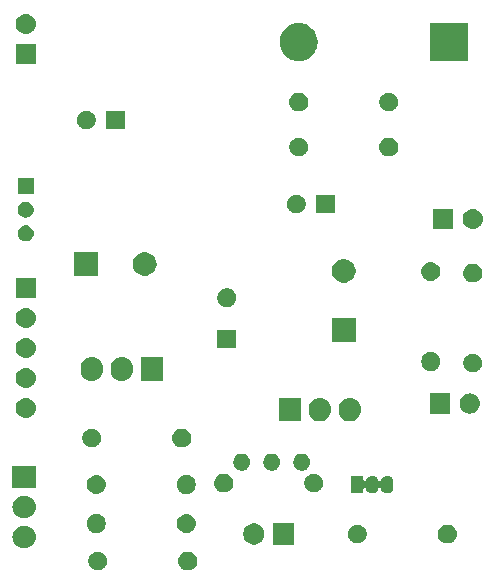
<source format=gbr>
G04 #@! TF.GenerationSoftware,KiCad,Pcbnew,(5.0.2)-1*
G04 #@! TF.CreationDate,2019-03-20T14:53:53-04:00*
G04 #@! TF.ProjectId,_saved__saved_tDCS,5f736176-6564-45f5-9f73-617665645f74,rev?*
G04 #@! TF.SameCoordinates,Original*
G04 #@! TF.FileFunction,Soldermask,Bot*
G04 #@! TF.FilePolarity,Negative*
%FSLAX46Y46*%
G04 Gerber Fmt 4.6, Leading zero omitted, Abs format (unit mm)*
G04 Created by KiCad (PCBNEW (5.0.2)-1) date 3/20/2019 2:53:53 PM*
%MOMM*%
%LPD*%
G01*
G04 APERTURE LIST*
%ADD10C,0.100000*%
G04 APERTURE END LIST*
D10*
G36*
X67681649Y-123413717D02*
X67720827Y-123417576D01*
X67784012Y-123436743D01*
X67871629Y-123463321D01*
X68010608Y-123537608D01*
X68132422Y-123637578D01*
X68232392Y-123759392D01*
X68306679Y-123898371D01*
X68352424Y-124049174D01*
X68367870Y-124206000D01*
X68352424Y-124362826D01*
X68306679Y-124513629D01*
X68232392Y-124652608D01*
X68132422Y-124774422D01*
X68010608Y-124874392D01*
X67871629Y-124948679D01*
X67796228Y-124971551D01*
X67720827Y-124994424D01*
X67681649Y-124998283D01*
X67603295Y-125006000D01*
X67524705Y-125006000D01*
X67446351Y-124998283D01*
X67407173Y-124994424D01*
X67331772Y-124971551D01*
X67256371Y-124948679D01*
X67117392Y-124874392D01*
X66995578Y-124774422D01*
X66895608Y-124652608D01*
X66821321Y-124513629D01*
X66775576Y-124362826D01*
X66760130Y-124206000D01*
X66775576Y-124049174D01*
X66821321Y-123898371D01*
X66895608Y-123759392D01*
X66995578Y-123637578D01*
X67117392Y-123537608D01*
X67256371Y-123463321D01*
X67343988Y-123436743D01*
X67407173Y-123417576D01*
X67446351Y-123413717D01*
X67524705Y-123406000D01*
X67603295Y-123406000D01*
X67681649Y-123413717D01*
X67681649Y-123413717D01*
G37*
G36*
X60177352Y-123436743D02*
X60322941Y-123497048D01*
X60453973Y-123584601D01*
X60565399Y-123696027D01*
X60652952Y-123827059D01*
X60713257Y-123972648D01*
X60744000Y-124127205D01*
X60744000Y-124284795D01*
X60713257Y-124439352D01*
X60652952Y-124584941D01*
X60565399Y-124715973D01*
X60453973Y-124827399D01*
X60322941Y-124914952D01*
X60177352Y-124975257D01*
X60022795Y-125006000D01*
X59865205Y-125006000D01*
X59710648Y-124975257D01*
X59565059Y-124914952D01*
X59434027Y-124827399D01*
X59322601Y-124715973D01*
X59235048Y-124584941D01*
X59174743Y-124439352D01*
X59144000Y-124284795D01*
X59144000Y-124127205D01*
X59174743Y-123972648D01*
X59235048Y-123827059D01*
X59322601Y-123696027D01*
X59434027Y-123584601D01*
X59565059Y-123497048D01*
X59710648Y-123436743D01*
X59865205Y-123406000D01*
X60022795Y-123406000D01*
X60177352Y-123436743D01*
X60177352Y-123436743D01*
G37*
G36*
X53955224Y-121235282D02*
X54134769Y-121289747D01*
X54300241Y-121378193D01*
X54445278Y-121497222D01*
X54564307Y-121642259D01*
X54652753Y-121807731D01*
X54707218Y-121987276D01*
X54725608Y-122174000D01*
X54707218Y-122360724D01*
X54652753Y-122540269D01*
X54564307Y-122705741D01*
X54445278Y-122850778D01*
X54300241Y-122969807D01*
X54134769Y-123058253D01*
X53955224Y-123112718D01*
X53815289Y-123126500D01*
X53626711Y-123126500D01*
X53486776Y-123112718D01*
X53307231Y-123058253D01*
X53141759Y-122969807D01*
X52996722Y-122850778D01*
X52877693Y-122705741D01*
X52789247Y-122540269D01*
X52734782Y-122360724D01*
X52716392Y-122174000D01*
X52734782Y-121987276D01*
X52789247Y-121807731D01*
X52877693Y-121642259D01*
X52996722Y-121497222D01*
X53141759Y-121378193D01*
X53307231Y-121289747D01*
X53486776Y-121235282D01*
X53626711Y-121221500D01*
X53815289Y-121221500D01*
X53955224Y-121235282D01*
X53955224Y-121235282D01*
G37*
G36*
X73414521Y-121054586D02*
X73578309Y-121122429D01*
X73725720Y-121220926D01*
X73851074Y-121346280D01*
X73949571Y-121493691D01*
X74017414Y-121657479D01*
X74052000Y-121831356D01*
X74052000Y-122008644D01*
X74017414Y-122182521D01*
X73949571Y-122346309D01*
X73851074Y-122493720D01*
X73725720Y-122619074D01*
X73578309Y-122717571D01*
X73414521Y-122785414D01*
X73240644Y-122820000D01*
X73063356Y-122820000D01*
X72889479Y-122785414D01*
X72725691Y-122717571D01*
X72578280Y-122619074D01*
X72452926Y-122493720D01*
X72354429Y-122346309D01*
X72286586Y-122182521D01*
X72252000Y-122008644D01*
X72252000Y-121831356D01*
X72286586Y-121657479D01*
X72354429Y-121493691D01*
X72452926Y-121346280D01*
X72578280Y-121220926D01*
X72725691Y-121122429D01*
X72889479Y-121054586D01*
X73063356Y-121020000D01*
X73240644Y-121020000D01*
X73414521Y-121054586D01*
X73414521Y-121054586D01*
G37*
G36*
X76592000Y-122820000D02*
X74792000Y-122820000D01*
X74792000Y-121020000D01*
X76592000Y-121020000D01*
X76592000Y-122820000D01*
X76592000Y-122820000D01*
G37*
G36*
X89652649Y-121127717D02*
X89691827Y-121131576D01*
X89755012Y-121150743D01*
X89842629Y-121177321D01*
X89981608Y-121251608D01*
X90103422Y-121351578D01*
X90203392Y-121473392D01*
X90277679Y-121612371D01*
X90277679Y-121612372D01*
X90323424Y-121763173D01*
X90328964Y-121819424D01*
X90338870Y-121920000D01*
X90323424Y-122076826D01*
X90277679Y-122227629D01*
X90203392Y-122366608D01*
X90103422Y-122488422D01*
X89981608Y-122588392D01*
X89842629Y-122662679D01*
X89767228Y-122685551D01*
X89691827Y-122708424D01*
X89652649Y-122712283D01*
X89574295Y-122720000D01*
X89495705Y-122720000D01*
X89417351Y-122712283D01*
X89378173Y-122708424D01*
X89302772Y-122685551D01*
X89227371Y-122662679D01*
X89088392Y-122588392D01*
X88966578Y-122488422D01*
X88866608Y-122366608D01*
X88792321Y-122227629D01*
X88746576Y-122076826D01*
X88731130Y-121920000D01*
X88741036Y-121819424D01*
X88746576Y-121763173D01*
X88792321Y-121612372D01*
X88792321Y-121612371D01*
X88866608Y-121473392D01*
X88966578Y-121351578D01*
X89088392Y-121251608D01*
X89227371Y-121177321D01*
X89314988Y-121150743D01*
X89378173Y-121131576D01*
X89417351Y-121127717D01*
X89495705Y-121120000D01*
X89574295Y-121120000D01*
X89652649Y-121127717D01*
X89652649Y-121127717D01*
G37*
G36*
X82148352Y-121150743D02*
X82293941Y-121211048D01*
X82424973Y-121298601D01*
X82536399Y-121410027D01*
X82623952Y-121541059D01*
X82684257Y-121686648D01*
X82715000Y-121841205D01*
X82715000Y-121998795D01*
X82684257Y-122153352D01*
X82623952Y-122298941D01*
X82536399Y-122429973D01*
X82424973Y-122541399D01*
X82293941Y-122628952D01*
X82148352Y-122689257D01*
X81993795Y-122720000D01*
X81836205Y-122720000D01*
X81681648Y-122689257D01*
X81536059Y-122628952D01*
X81405027Y-122541399D01*
X81293601Y-122429973D01*
X81206048Y-122298941D01*
X81145743Y-122153352D01*
X81115000Y-121998795D01*
X81115000Y-121841205D01*
X81145743Y-121686648D01*
X81206048Y-121541059D01*
X81293601Y-121410027D01*
X81405027Y-121298601D01*
X81536059Y-121211048D01*
X81681648Y-121150743D01*
X81836205Y-121120000D01*
X81993795Y-121120000D01*
X82148352Y-121150743D01*
X82148352Y-121150743D01*
G37*
G36*
X67554649Y-120238717D02*
X67593827Y-120242576D01*
X67657012Y-120261743D01*
X67744629Y-120288321D01*
X67883608Y-120362608D01*
X68005422Y-120462578D01*
X68105392Y-120584392D01*
X68179679Y-120723371D01*
X68179679Y-120723372D01*
X68225424Y-120874173D01*
X68240870Y-121031000D01*
X68225424Y-121187827D01*
X68206076Y-121251608D01*
X68179679Y-121338629D01*
X68105392Y-121477608D01*
X68005422Y-121599422D01*
X67883608Y-121699392D01*
X67744629Y-121773679D01*
X67669227Y-121796552D01*
X67593827Y-121819424D01*
X67554649Y-121823283D01*
X67476295Y-121831000D01*
X67397705Y-121831000D01*
X67319351Y-121823283D01*
X67280173Y-121819424D01*
X67204773Y-121796552D01*
X67129371Y-121773679D01*
X66990392Y-121699392D01*
X66868578Y-121599422D01*
X66768608Y-121477608D01*
X66694321Y-121338629D01*
X66667924Y-121251608D01*
X66648576Y-121187827D01*
X66633130Y-121031000D01*
X66648576Y-120874173D01*
X66694321Y-120723372D01*
X66694321Y-120723371D01*
X66768608Y-120584392D01*
X66868578Y-120462578D01*
X66990392Y-120362608D01*
X67129371Y-120288321D01*
X67216988Y-120261743D01*
X67280173Y-120242576D01*
X67319351Y-120238717D01*
X67397705Y-120231000D01*
X67476295Y-120231000D01*
X67554649Y-120238717D01*
X67554649Y-120238717D01*
G37*
G36*
X60050352Y-120261743D02*
X60195941Y-120322048D01*
X60326973Y-120409601D01*
X60438399Y-120521027D01*
X60525952Y-120652059D01*
X60586257Y-120797648D01*
X60617000Y-120952205D01*
X60617000Y-121109795D01*
X60586257Y-121264352D01*
X60525952Y-121409941D01*
X60438399Y-121540973D01*
X60326973Y-121652399D01*
X60195941Y-121739952D01*
X60050352Y-121800257D01*
X59895795Y-121831000D01*
X59738205Y-121831000D01*
X59583648Y-121800257D01*
X59438059Y-121739952D01*
X59307027Y-121652399D01*
X59195601Y-121540973D01*
X59108048Y-121409941D01*
X59047743Y-121264352D01*
X59017000Y-121109795D01*
X59017000Y-120952205D01*
X59047743Y-120797648D01*
X59108048Y-120652059D01*
X59195601Y-120521027D01*
X59307027Y-120409601D01*
X59438059Y-120322048D01*
X59583648Y-120261743D01*
X59738205Y-120231000D01*
X59895795Y-120231000D01*
X60050352Y-120261743D01*
X60050352Y-120261743D01*
G37*
G36*
X53955224Y-118695282D02*
X54134769Y-118749747D01*
X54300241Y-118838193D01*
X54445278Y-118957222D01*
X54564307Y-119102259D01*
X54652753Y-119267731D01*
X54707218Y-119447276D01*
X54725608Y-119634000D01*
X54707218Y-119820724D01*
X54652753Y-120000269D01*
X54564307Y-120165741D01*
X54445278Y-120310778D01*
X54300241Y-120429807D01*
X54134769Y-120518253D01*
X53955224Y-120572718D01*
X53815289Y-120586500D01*
X53626711Y-120586500D01*
X53486776Y-120572718D01*
X53307231Y-120518253D01*
X53141759Y-120429807D01*
X52996722Y-120310778D01*
X52877693Y-120165741D01*
X52789247Y-120000269D01*
X52734782Y-119820724D01*
X52716392Y-119634000D01*
X52734782Y-119447276D01*
X52789247Y-119267731D01*
X52877693Y-119102259D01*
X52996722Y-118957222D01*
X53141759Y-118838193D01*
X53307231Y-118749747D01*
X53486776Y-118695282D01*
X53626711Y-118681500D01*
X53815289Y-118681500D01*
X53955224Y-118695282D01*
X53955224Y-118695282D01*
G37*
G36*
X67670352Y-116959743D02*
X67815941Y-117020048D01*
X67946973Y-117107601D01*
X68058399Y-117219027D01*
X68145952Y-117350059D01*
X68206257Y-117495648D01*
X68237000Y-117650205D01*
X68237000Y-117807795D01*
X68206257Y-117962352D01*
X68145952Y-118107941D01*
X68058399Y-118238973D01*
X67946973Y-118350399D01*
X67815941Y-118437952D01*
X67670352Y-118498257D01*
X67515795Y-118529000D01*
X67358205Y-118529000D01*
X67203648Y-118498257D01*
X67058059Y-118437952D01*
X66927027Y-118350399D01*
X66815601Y-118238973D01*
X66728048Y-118107941D01*
X66667743Y-117962352D01*
X66637000Y-117807795D01*
X66637000Y-117650205D01*
X66667743Y-117495648D01*
X66728048Y-117350059D01*
X66815601Y-117219027D01*
X66927027Y-117107601D01*
X67058059Y-117020048D01*
X67203648Y-116959743D01*
X67358205Y-116929000D01*
X67515795Y-116929000D01*
X67670352Y-116959743D01*
X67670352Y-116959743D01*
G37*
G36*
X59934649Y-116936717D02*
X59973827Y-116940576D01*
X60037012Y-116959743D01*
X60124629Y-116986321D01*
X60263608Y-117060608D01*
X60385422Y-117160578D01*
X60485392Y-117282392D01*
X60559679Y-117421371D01*
X60605424Y-117572174D01*
X60620870Y-117729000D01*
X60605424Y-117885826D01*
X60559679Y-118036629D01*
X60485392Y-118175608D01*
X60385422Y-118297422D01*
X60263608Y-118397392D01*
X60124629Y-118471679D01*
X60092121Y-118481540D01*
X59973827Y-118517424D01*
X59934649Y-118521283D01*
X59856295Y-118529000D01*
X59777705Y-118529000D01*
X59699351Y-118521283D01*
X59660173Y-118517424D01*
X59541879Y-118481540D01*
X59509371Y-118471679D01*
X59370392Y-118397392D01*
X59248578Y-118297422D01*
X59148608Y-118175608D01*
X59074321Y-118036629D01*
X59028576Y-117885826D01*
X59013130Y-117729000D01*
X59028576Y-117572174D01*
X59074321Y-117421371D01*
X59148608Y-117282392D01*
X59248578Y-117160578D01*
X59370392Y-117060608D01*
X59509371Y-116986321D01*
X59596988Y-116959743D01*
X59660173Y-116940576D01*
X59699351Y-116936717D01*
X59777705Y-116929000D01*
X59856295Y-116929000D01*
X59934649Y-116936717D01*
X59934649Y-116936717D01*
G37*
G36*
X84557913Y-116986596D02*
X84557916Y-116986597D01*
X84557917Y-116986597D01*
X84656880Y-117016617D01*
X84748086Y-117065367D01*
X84828027Y-117130973D01*
X84828028Y-117130975D01*
X84828030Y-117130976D01*
X84877231Y-117190929D01*
X84893633Y-117210914D01*
X84942383Y-117302119D01*
X84970382Y-117394420D01*
X84972404Y-117401086D01*
X84980000Y-117478208D01*
X84980000Y-117979791D01*
X84972404Y-118056914D01*
X84972403Y-118056917D01*
X84972403Y-118056918D01*
X84942383Y-118155881D01*
X84893633Y-118247086D01*
X84828027Y-118327027D01*
X84748086Y-118392633D01*
X84656881Y-118441383D01*
X84557918Y-118471403D01*
X84557917Y-118471403D01*
X84557914Y-118471404D01*
X84455000Y-118481540D01*
X84352087Y-118471404D01*
X84352084Y-118471403D01*
X84352083Y-118471403D01*
X84253120Y-118441383D01*
X84161915Y-118392633D01*
X84081974Y-118327027D01*
X84049171Y-118287056D01*
X84016366Y-118247084D01*
X83967618Y-118155883D01*
X83939618Y-118063580D01*
X83930240Y-118040941D01*
X83916626Y-118020567D01*
X83899299Y-118003240D01*
X83878925Y-117989626D01*
X83856286Y-117980248D01*
X83832252Y-117975468D01*
X83807748Y-117975468D01*
X83783714Y-117980248D01*
X83761075Y-117989626D01*
X83740701Y-118003240D01*
X83723374Y-118020567D01*
X83709760Y-118040941D01*
X83700382Y-118063579D01*
X83672383Y-118155881D01*
X83623633Y-118247086D01*
X83558027Y-118327027D01*
X83478086Y-118392633D01*
X83386881Y-118441383D01*
X83287918Y-118471403D01*
X83287917Y-118471403D01*
X83287914Y-118471404D01*
X83185000Y-118481540D01*
X83082087Y-118471404D01*
X83082084Y-118471403D01*
X83082083Y-118471403D01*
X82983120Y-118441383D01*
X82891915Y-118392633D01*
X82811974Y-118327027D01*
X82779171Y-118287056D01*
X82746366Y-118247084D01*
X82697617Y-118155882D01*
X82684618Y-118113029D01*
X82675240Y-118090389D01*
X82661626Y-118070015D01*
X82644299Y-118052688D01*
X82623925Y-118039074D01*
X82601286Y-118029696D01*
X82577252Y-118024916D01*
X82552748Y-118024916D01*
X82528715Y-118029696D01*
X82506075Y-118039074D01*
X82485701Y-118052688D01*
X82468374Y-118070015D01*
X82454760Y-118090389D01*
X82445382Y-118113028D01*
X82440602Y-118137062D01*
X82440000Y-118149314D01*
X82440000Y-118479000D01*
X81390000Y-118479000D01*
X81390000Y-116979000D01*
X82440000Y-116979000D01*
X82440000Y-117308687D01*
X82442402Y-117333073D01*
X82449515Y-117356522D01*
X82461066Y-117378133D01*
X82476612Y-117397075D01*
X82495554Y-117412621D01*
X82517165Y-117424172D01*
X82540614Y-117431285D01*
X82565000Y-117433687D01*
X82589386Y-117431285D01*
X82612835Y-117424172D01*
X82634446Y-117412621D01*
X82653388Y-117397075D01*
X82668934Y-117378133D01*
X82680485Y-117356522D01*
X82684618Y-117344972D01*
X82697617Y-117302119D01*
X82720513Y-117259283D01*
X82746367Y-117210914D01*
X82811973Y-117130973D01*
X82811975Y-117130972D01*
X82811976Y-117130970D01*
X82891913Y-117065368D01*
X82891912Y-117065368D01*
X82891914Y-117065367D01*
X82983119Y-117016617D01*
X83082082Y-116986597D01*
X83082083Y-116986597D01*
X83082086Y-116986596D01*
X83185000Y-116976460D01*
X83287913Y-116986596D01*
X83287916Y-116986597D01*
X83287917Y-116986597D01*
X83386880Y-117016617D01*
X83478086Y-117065367D01*
X83558027Y-117130973D01*
X83558028Y-117130975D01*
X83558030Y-117130976D01*
X83607231Y-117190929D01*
X83623633Y-117210914D01*
X83672383Y-117302119D01*
X83700382Y-117394420D01*
X83709760Y-117417059D01*
X83723374Y-117437433D01*
X83740701Y-117454760D01*
X83761075Y-117468374D01*
X83783714Y-117477752D01*
X83807748Y-117482532D01*
X83832252Y-117482532D01*
X83856286Y-117477752D01*
X83878925Y-117468374D01*
X83899299Y-117454760D01*
X83916626Y-117437433D01*
X83930240Y-117417059D01*
X83939617Y-117394420D01*
X83967616Y-117302122D01*
X83978162Y-117282392D01*
X84016367Y-117210914D01*
X84081973Y-117130973D01*
X84081975Y-117130972D01*
X84081976Y-117130970D01*
X84161913Y-117065368D01*
X84161912Y-117065368D01*
X84161914Y-117065367D01*
X84253119Y-117016617D01*
X84352082Y-116986597D01*
X84352083Y-116986597D01*
X84352086Y-116986596D01*
X84455000Y-116976460D01*
X84557913Y-116986596D01*
X84557913Y-116986596D01*
G37*
G36*
X70729649Y-116809717D02*
X70768827Y-116813576D01*
X70832012Y-116832743D01*
X70919629Y-116859321D01*
X71058608Y-116933608D01*
X71180422Y-117033578D01*
X71280392Y-117155392D01*
X71354679Y-117294371D01*
X71373532Y-117356522D01*
X71400424Y-117445173D01*
X71405395Y-117495648D01*
X71415870Y-117602000D01*
X71400424Y-117758826D01*
X71354679Y-117909629D01*
X71280392Y-118048608D01*
X71180422Y-118170422D01*
X71058608Y-118270392D01*
X70919629Y-118344679D01*
X70844227Y-118367552D01*
X70768827Y-118390424D01*
X70746398Y-118392633D01*
X70651295Y-118402000D01*
X70572705Y-118402000D01*
X70477602Y-118392633D01*
X70455173Y-118390424D01*
X70379773Y-118367552D01*
X70304371Y-118344679D01*
X70165392Y-118270392D01*
X70043578Y-118170422D01*
X69943608Y-118048608D01*
X69869321Y-117909629D01*
X69823576Y-117758826D01*
X69808130Y-117602000D01*
X69818605Y-117495648D01*
X69823576Y-117445173D01*
X69850468Y-117356522D01*
X69869321Y-117294371D01*
X69943608Y-117155392D01*
X70043578Y-117033578D01*
X70165392Y-116933608D01*
X70304371Y-116859321D01*
X70391988Y-116832743D01*
X70455173Y-116813576D01*
X70494351Y-116809717D01*
X70572705Y-116802000D01*
X70651295Y-116802000D01*
X70729649Y-116809717D01*
X70729649Y-116809717D01*
G37*
G36*
X78465352Y-116832743D02*
X78610941Y-116893048D01*
X78741973Y-116980601D01*
X78853399Y-117092027D01*
X78940952Y-117223059D01*
X79001257Y-117368648D01*
X79032000Y-117523205D01*
X79032000Y-117680795D01*
X79001257Y-117835352D01*
X78940952Y-117980941D01*
X78853399Y-118111973D01*
X78741973Y-118223399D01*
X78610941Y-118310952D01*
X78465352Y-118371257D01*
X78310795Y-118402000D01*
X78153205Y-118402000D01*
X77998648Y-118371257D01*
X77853059Y-118310952D01*
X77722027Y-118223399D01*
X77610601Y-118111973D01*
X77523048Y-117980941D01*
X77462743Y-117835352D01*
X77432000Y-117680795D01*
X77432000Y-117523205D01*
X77462743Y-117368648D01*
X77523048Y-117223059D01*
X77610601Y-117092027D01*
X77722027Y-116980601D01*
X77853059Y-116893048D01*
X77998648Y-116832743D01*
X78153205Y-116802000D01*
X78310795Y-116802000D01*
X78465352Y-116832743D01*
X78465352Y-116832743D01*
G37*
G36*
X54721000Y-118046500D02*
X52721000Y-118046500D01*
X52721000Y-116141500D01*
X54721000Y-116141500D01*
X54721000Y-118046500D01*
X54721000Y-118046500D01*
G37*
G36*
X72346015Y-115131668D02*
X72477049Y-115185944D01*
X72594975Y-115264740D01*
X72695260Y-115365025D01*
X72774056Y-115482951D01*
X72828332Y-115613985D01*
X72856000Y-115753085D01*
X72856000Y-115894915D01*
X72828332Y-116034015D01*
X72774056Y-116165049D01*
X72695260Y-116282975D01*
X72594975Y-116383260D01*
X72477049Y-116462056D01*
X72346015Y-116516332D01*
X72206915Y-116544000D01*
X72065085Y-116544000D01*
X71925985Y-116516332D01*
X71794951Y-116462056D01*
X71677025Y-116383260D01*
X71576740Y-116282975D01*
X71497944Y-116165049D01*
X71443668Y-116034015D01*
X71416000Y-115894915D01*
X71416000Y-115753085D01*
X71443668Y-115613985D01*
X71497944Y-115482951D01*
X71576740Y-115365025D01*
X71677025Y-115264740D01*
X71794951Y-115185944D01*
X71925985Y-115131668D01*
X72065085Y-115104000D01*
X72206915Y-115104000D01*
X72346015Y-115131668D01*
X72346015Y-115131668D01*
G37*
G36*
X77426015Y-115131668D02*
X77557049Y-115185944D01*
X77674975Y-115264740D01*
X77775260Y-115365025D01*
X77854056Y-115482951D01*
X77908332Y-115613985D01*
X77936000Y-115753085D01*
X77936000Y-115894915D01*
X77908332Y-116034015D01*
X77854056Y-116165049D01*
X77775260Y-116282975D01*
X77674975Y-116383260D01*
X77557049Y-116462056D01*
X77426015Y-116516332D01*
X77286915Y-116544000D01*
X77145085Y-116544000D01*
X77005985Y-116516332D01*
X76874951Y-116462056D01*
X76757025Y-116383260D01*
X76656740Y-116282975D01*
X76577944Y-116165049D01*
X76523668Y-116034015D01*
X76496000Y-115894915D01*
X76496000Y-115753085D01*
X76523668Y-115613985D01*
X76577944Y-115482951D01*
X76656740Y-115365025D01*
X76757025Y-115264740D01*
X76874951Y-115185944D01*
X77005985Y-115131668D01*
X77145085Y-115104000D01*
X77286915Y-115104000D01*
X77426015Y-115131668D01*
X77426015Y-115131668D01*
G37*
G36*
X74886015Y-115131668D02*
X75017049Y-115185944D01*
X75134975Y-115264740D01*
X75235260Y-115365025D01*
X75314056Y-115482951D01*
X75368332Y-115613985D01*
X75396000Y-115753085D01*
X75396000Y-115894915D01*
X75368332Y-116034015D01*
X75314056Y-116165049D01*
X75235260Y-116282975D01*
X75134975Y-116383260D01*
X75017049Y-116462056D01*
X74886015Y-116516332D01*
X74746915Y-116544000D01*
X74605085Y-116544000D01*
X74465985Y-116516332D01*
X74334951Y-116462056D01*
X74217025Y-116383260D01*
X74116740Y-116282975D01*
X74037944Y-116165049D01*
X73983668Y-116034015D01*
X73956000Y-115894915D01*
X73956000Y-115753085D01*
X73983668Y-115613985D01*
X74037944Y-115482951D01*
X74116740Y-115365025D01*
X74217025Y-115264740D01*
X74334951Y-115185944D01*
X74465985Y-115131668D01*
X74605085Y-115104000D01*
X74746915Y-115104000D01*
X74886015Y-115131668D01*
X74886015Y-115131668D01*
G37*
G36*
X59669352Y-113022743D02*
X59814941Y-113083048D01*
X59945973Y-113170601D01*
X60057399Y-113282027D01*
X60144952Y-113413059D01*
X60205257Y-113558648D01*
X60236000Y-113713205D01*
X60236000Y-113870795D01*
X60205257Y-114025352D01*
X60144952Y-114170941D01*
X60057399Y-114301973D01*
X59945973Y-114413399D01*
X59814941Y-114500952D01*
X59669352Y-114561257D01*
X59514795Y-114592000D01*
X59357205Y-114592000D01*
X59202648Y-114561257D01*
X59057059Y-114500952D01*
X58926027Y-114413399D01*
X58814601Y-114301973D01*
X58727048Y-114170941D01*
X58666743Y-114025352D01*
X58636000Y-113870795D01*
X58636000Y-113713205D01*
X58666743Y-113558648D01*
X58727048Y-113413059D01*
X58814601Y-113282027D01*
X58926027Y-113170601D01*
X59057059Y-113083048D01*
X59202648Y-113022743D01*
X59357205Y-112992000D01*
X59514795Y-112992000D01*
X59669352Y-113022743D01*
X59669352Y-113022743D01*
G37*
G36*
X67173649Y-112999717D02*
X67212827Y-113003576D01*
X67276012Y-113022743D01*
X67363629Y-113049321D01*
X67502608Y-113123608D01*
X67624422Y-113223578D01*
X67724392Y-113345392D01*
X67798679Y-113484371D01*
X67844424Y-113635174D01*
X67859870Y-113792000D01*
X67844424Y-113948826D01*
X67798679Y-114099629D01*
X67724392Y-114238608D01*
X67624422Y-114360422D01*
X67502608Y-114460392D01*
X67363629Y-114534679D01*
X67288227Y-114557552D01*
X67212827Y-114580424D01*
X67173649Y-114584283D01*
X67095295Y-114592000D01*
X67016705Y-114592000D01*
X66938351Y-114584283D01*
X66899173Y-114580424D01*
X66823773Y-114557552D01*
X66748371Y-114534679D01*
X66609392Y-114460392D01*
X66487578Y-114360422D01*
X66387608Y-114238608D01*
X66313321Y-114099629D01*
X66267576Y-113948826D01*
X66252130Y-113792000D01*
X66267576Y-113635174D01*
X66313321Y-113484371D01*
X66387608Y-113345392D01*
X66487578Y-113223578D01*
X66609392Y-113123608D01*
X66748371Y-113049321D01*
X66835988Y-113022743D01*
X66899173Y-113003576D01*
X66938351Y-112999717D01*
X67016705Y-112992000D01*
X67095295Y-112992000D01*
X67173649Y-112999717D01*
X67173649Y-112999717D01*
G37*
G36*
X78926723Y-110392782D02*
X79106268Y-110447247D01*
X79271741Y-110535693D01*
X79416778Y-110654722D01*
X79535807Y-110799759D01*
X79624253Y-110965231D01*
X79678718Y-111144776D01*
X79692500Y-111284711D01*
X79692500Y-111473288D01*
X79678718Y-111613223D01*
X79624253Y-111792768D01*
X79535807Y-111958241D01*
X79416778Y-112103278D01*
X79271741Y-112222307D01*
X79106269Y-112310753D01*
X78926724Y-112365218D01*
X78740000Y-112383608D01*
X78553277Y-112365218D01*
X78373732Y-112310753D01*
X78208264Y-112222309D01*
X78208263Y-112222308D01*
X78208259Y-112222306D01*
X78063222Y-112103278D01*
X78063221Y-112103276D01*
X78063219Y-112103275D01*
X77944193Y-111958241D01*
X77855747Y-111792769D01*
X77801282Y-111613224D01*
X77787500Y-111473289D01*
X77787500Y-111284712D01*
X77801282Y-111144777D01*
X77855747Y-110965232D01*
X77944193Y-110799759D01*
X78063222Y-110654722D01*
X78208259Y-110535693D01*
X78373731Y-110447247D01*
X78553276Y-110392782D01*
X78740000Y-110374392D01*
X78926723Y-110392782D01*
X78926723Y-110392782D01*
G37*
G36*
X81466723Y-110392782D02*
X81646268Y-110447247D01*
X81811741Y-110535693D01*
X81956778Y-110654722D01*
X82075807Y-110799759D01*
X82164253Y-110965231D01*
X82218718Y-111144776D01*
X82232500Y-111284711D01*
X82232500Y-111473288D01*
X82218718Y-111613223D01*
X82164253Y-111792768D01*
X82075807Y-111958241D01*
X81956778Y-112103278D01*
X81811741Y-112222307D01*
X81646269Y-112310753D01*
X81466724Y-112365218D01*
X81280000Y-112383608D01*
X81093277Y-112365218D01*
X80913732Y-112310753D01*
X80748264Y-112222309D01*
X80748263Y-112222308D01*
X80748259Y-112222306D01*
X80603222Y-112103278D01*
X80603221Y-112103276D01*
X80603219Y-112103275D01*
X80484193Y-111958241D01*
X80395747Y-111792769D01*
X80341282Y-111613224D01*
X80327500Y-111473289D01*
X80327500Y-111284712D01*
X80341282Y-111144777D01*
X80395747Y-110965232D01*
X80484193Y-110799759D01*
X80603222Y-110654722D01*
X80748259Y-110535693D01*
X80913731Y-110447247D01*
X81093276Y-110392782D01*
X81280000Y-110374392D01*
X81466723Y-110392782D01*
X81466723Y-110392782D01*
G37*
G36*
X77152500Y-112379000D02*
X75247500Y-112379000D01*
X75247500Y-110379000D01*
X77152500Y-110379000D01*
X77152500Y-112379000D01*
X77152500Y-112379000D01*
G37*
G36*
X54014630Y-110414299D02*
X54174855Y-110462903D01*
X54322520Y-110541831D01*
X54451949Y-110648051D01*
X54558169Y-110777480D01*
X54637097Y-110925145D01*
X54685701Y-111085370D01*
X54702112Y-111252000D01*
X54685701Y-111418630D01*
X54637097Y-111578855D01*
X54558169Y-111726520D01*
X54451949Y-111855949D01*
X54322520Y-111962169D01*
X54174855Y-112041097D01*
X54014630Y-112089701D01*
X53889752Y-112102000D01*
X53806248Y-112102000D01*
X53681370Y-112089701D01*
X53521145Y-112041097D01*
X53373480Y-111962169D01*
X53244051Y-111855949D01*
X53137831Y-111726520D01*
X53058903Y-111578855D01*
X53010299Y-111418630D01*
X52993888Y-111252000D01*
X53010299Y-111085370D01*
X53058903Y-110925145D01*
X53137831Y-110777480D01*
X53244051Y-110648051D01*
X53373480Y-110541831D01*
X53521145Y-110462903D01*
X53681370Y-110414299D01*
X53806248Y-110402000D01*
X53889752Y-110402000D01*
X54014630Y-110414299D01*
X54014630Y-110414299D01*
G37*
G36*
X91606630Y-110033299D02*
X91766855Y-110081903D01*
X91914520Y-110160831D01*
X92043949Y-110267051D01*
X92150169Y-110396480D01*
X92229097Y-110544145D01*
X92277701Y-110704370D01*
X92294112Y-110871000D01*
X92277701Y-111037630D01*
X92229097Y-111197855D01*
X92150169Y-111345520D01*
X92043949Y-111474949D01*
X91914520Y-111581169D01*
X91766855Y-111660097D01*
X91606630Y-111708701D01*
X91481752Y-111721000D01*
X91398248Y-111721000D01*
X91273370Y-111708701D01*
X91113145Y-111660097D01*
X90965480Y-111581169D01*
X90836051Y-111474949D01*
X90729831Y-111345520D01*
X90650903Y-111197855D01*
X90602299Y-111037630D01*
X90585888Y-110871000D01*
X90602299Y-110704370D01*
X90650903Y-110544145D01*
X90729831Y-110396480D01*
X90836051Y-110267051D01*
X90965480Y-110160831D01*
X91113145Y-110081903D01*
X91273370Y-110033299D01*
X91398248Y-110021000D01*
X91481752Y-110021000D01*
X91606630Y-110033299D01*
X91606630Y-110033299D01*
G37*
G36*
X89750000Y-111721000D02*
X88050000Y-111721000D01*
X88050000Y-110021000D01*
X89750000Y-110021000D01*
X89750000Y-111721000D01*
X89750000Y-111721000D01*
G37*
G36*
X54014630Y-107874299D02*
X54174855Y-107922903D01*
X54322520Y-108001831D01*
X54451949Y-108108051D01*
X54558169Y-108237480D01*
X54637097Y-108385145D01*
X54685701Y-108545370D01*
X54702112Y-108712000D01*
X54685701Y-108878630D01*
X54637097Y-109038855D01*
X54558169Y-109186520D01*
X54451949Y-109315949D01*
X54322520Y-109422169D01*
X54174855Y-109501097D01*
X54014630Y-109549701D01*
X53889752Y-109562000D01*
X53806248Y-109562000D01*
X53681370Y-109549701D01*
X53521145Y-109501097D01*
X53373480Y-109422169D01*
X53244051Y-109315949D01*
X53137831Y-109186520D01*
X53058903Y-109038855D01*
X53010299Y-108878630D01*
X52993888Y-108712000D01*
X53010299Y-108545370D01*
X53058903Y-108385145D01*
X53137831Y-108237480D01*
X53244051Y-108108051D01*
X53373480Y-108001831D01*
X53521145Y-107922903D01*
X53681370Y-107874299D01*
X53806248Y-107862000D01*
X53889752Y-107862000D01*
X54014630Y-107874299D01*
X54014630Y-107874299D01*
G37*
G36*
X59622724Y-106963782D02*
X59802269Y-107018247D01*
X59967741Y-107106693D01*
X60112778Y-107225722D01*
X60231807Y-107370759D01*
X60320253Y-107536232D01*
X60374718Y-107715777D01*
X60388500Y-107855712D01*
X60388500Y-108044289D01*
X60374718Y-108184224D01*
X60320253Y-108363769D01*
X60231807Y-108529241D01*
X60112778Y-108674278D01*
X59967741Y-108793307D01*
X59802268Y-108881753D01*
X59622723Y-108936218D01*
X59436000Y-108954608D01*
X59249276Y-108936218D01*
X59069731Y-108881753D01*
X58904259Y-108793307D01*
X58759222Y-108674278D01*
X58640193Y-108529241D01*
X58551747Y-108363768D01*
X58497282Y-108184223D01*
X58483500Y-108044288D01*
X58483500Y-107855711D01*
X58497282Y-107715776D01*
X58551747Y-107536231D01*
X58640193Y-107370759D01*
X58759219Y-107225725D01*
X58759221Y-107225724D01*
X58759222Y-107225722D01*
X58904259Y-107106694D01*
X58904263Y-107106692D01*
X58904264Y-107106691D01*
X59069732Y-107018247D01*
X59249277Y-106963782D01*
X59436000Y-106945392D01*
X59622724Y-106963782D01*
X59622724Y-106963782D01*
G37*
G36*
X62162724Y-106963782D02*
X62342269Y-107018247D01*
X62507741Y-107106693D01*
X62652778Y-107225722D01*
X62771807Y-107370759D01*
X62860253Y-107536232D01*
X62914718Y-107715777D01*
X62928500Y-107855712D01*
X62928500Y-108044289D01*
X62914718Y-108184224D01*
X62860253Y-108363769D01*
X62771807Y-108529241D01*
X62652778Y-108674278D01*
X62507741Y-108793307D01*
X62342268Y-108881753D01*
X62162723Y-108936218D01*
X61976000Y-108954608D01*
X61789276Y-108936218D01*
X61609731Y-108881753D01*
X61444259Y-108793307D01*
X61299222Y-108674278D01*
X61180193Y-108529241D01*
X61091747Y-108363768D01*
X61037282Y-108184223D01*
X61023500Y-108044288D01*
X61023500Y-107855711D01*
X61037282Y-107715776D01*
X61091747Y-107536231D01*
X61180193Y-107370759D01*
X61299219Y-107225725D01*
X61299221Y-107225724D01*
X61299222Y-107225722D01*
X61444259Y-107106694D01*
X61444263Y-107106692D01*
X61444264Y-107106691D01*
X61609732Y-107018247D01*
X61789277Y-106963782D01*
X61976000Y-106945392D01*
X62162724Y-106963782D01*
X62162724Y-106963782D01*
G37*
G36*
X65468500Y-108950000D02*
X63563500Y-108950000D01*
X63563500Y-106950000D01*
X65468500Y-106950000D01*
X65468500Y-108950000D01*
X65468500Y-108950000D01*
G37*
G36*
X91927352Y-106672743D02*
X92072941Y-106733048D01*
X92203973Y-106820601D01*
X92315399Y-106932027D01*
X92402952Y-107063059D01*
X92463257Y-107208648D01*
X92494000Y-107363205D01*
X92494000Y-107520795D01*
X92463257Y-107675352D01*
X92402952Y-107820941D01*
X92315399Y-107951973D01*
X92203973Y-108063399D01*
X92072941Y-108150952D01*
X91927352Y-108211257D01*
X91772795Y-108242000D01*
X91615205Y-108242000D01*
X91460648Y-108211257D01*
X91315059Y-108150952D01*
X91184027Y-108063399D01*
X91072601Y-107951973D01*
X90985048Y-107820941D01*
X90924743Y-107675352D01*
X90894000Y-107520795D01*
X90894000Y-107363205D01*
X90924743Y-107208648D01*
X90985048Y-107063059D01*
X91072601Y-106932027D01*
X91184027Y-106820601D01*
X91315059Y-106733048D01*
X91460648Y-106672743D01*
X91615205Y-106642000D01*
X91772795Y-106642000D01*
X91927352Y-106672743D01*
X91927352Y-106672743D01*
G37*
G36*
X88371352Y-106545743D02*
X88516941Y-106606048D01*
X88647973Y-106693601D01*
X88759399Y-106805027D01*
X88846952Y-106936059D01*
X88907257Y-107081648D01*
X88938000Y-107236205D01*
X88938000Y-107393795D01*
X88907257Y-107548352D01*
X88846952Y-107693941D01*
X88759399Y-107824973D01*
X88647973Y-107936399D01*
X88516941Y-108023952D01*
X88371352Y-108084257D01*
X88216795Y-108115000D01*
X88059205Y-108115000D01*
X87904648Y-108084257D01*
X87759059Y-108023952D01*
X87628027Y-107936399D01*
X87516601Y-107824973D01*
X87429048Y-107693941D01*
X87368743Y-107548352D01*
X87338000Y-107393795D01*
X87338000Y-107236205D01*
X87368743Y-107081648D01*
X87429048Y-106936059D01*
X87516601Y-106805027D01*
X87628027Y-106693601D01*
X87759059Y-106606048D01*
X87904648Y-106545743D01*
X88059205Y-106515000D01*
X88216795Y-106515000D01*
X88371352Y-106545743D01*
X88371352Y-106545743D01*
G37*
G36*
X54014630Y-105334299D02*
X54174855Y-105382903D01*
X54322520Y-105461831D01*
X54451949Y-105568051D01*
X54558169Y-105697480D01*
X54637097Y-105845145D01*
X54685701Y-106005370D01*
X54702112Y-106172000D01*
X54685701Y-106338630D01*
X54637097Y-106498855D01*
X54558169Y-106646520D01*
X54451949Y-106775949D01*
X54322520Y-106882169D01*
X54174855Y-106961097D01*
X54014630Y-107009701D01*
X53889752Y-107022000D01*
X53806248Y-107022000D01*
X53681370Y-107009701D01*
X53521145Y-106961097D01*
X53373480Y-106882169D01*
X53244051Y-106775949D01*
X53137831Y-106646520D01*
X53058903Y-106498855D01*
X53010299Y-106338630D01*
X52993888Y-106172000D01*
X53010299Y-106005370D01*
X53058903Y-105845145D01*
X53137831Y-105697480D01*
X53244051Y-105568051D01*
X53373480Y-105461831D01*
X53521145Y-105382903D01*
X53681370Y-105334299D01*
X53806248Y-105322000D01*
X53889752Y-105322000D01*
X54014630Y-105334299D01*
X54014630Y-105334299D01*
G37*
G36*
X71666000Y-106210000D02*
X70066000Y-106210000D01*
X70066000Y-104610000D01*
X71666000Y-104610000D01*
X71666000Y-106210000D01*
X71666000Y-106210000D01*
G37*
G36*
X81772000Y-105648000D02*
X79772000Y-105648000D01*
X79772000Y-103648000D01*
X81772000Y-103648000D01*
X81772000Y-105648000D01*
X81772000Y-105648000D01*
G37*
G36*
X54014630Y-102794299D02*
X54174855Y-102842903D01*
X54322520Y-102921831D01*
X54451949Y-103028051D01*
X54558169Y-103157480D01*
X54637097Y-103305145D01*
X54685701Y-103465370D01*
X54702112Y-103632000D01*
X54685701Y-103798630D01*
X54637097Y-103958855D01*
X54558169Y-104106520D01*
X54451949Y-104235949D01*
X54322520Y-104342169D01*
X54174855Y-104421097D01*
X54014630Y-104469701D01*
X53889752Y-104482000D01*
X53806248Y-104482000D01*
X53681370Y-104469701D01*
X53521145Y-104421097D01*
X53373480Y-104342169D01*
X53244051Y-104235949D01*
X53137831Y-104106520D01*
X53058903Y-103958855D01*
X53010299Y-103798630D01*
X52993888Y-103632000D01*
X53010299Y-103465370D01*
X53058903Y-103305145D01*
X53137831Y-103157480D01*
X53244051Y-103028051D01*
X53373480Y-102921831D01*
X53521145Y-102842903D01*
X53681370Y-102794299D01*
X53806248Y-102782000D01*
X53889752Y-102782000D01*
X54014630Y-102794299D01*
X54014630Y-102794299D01*
G37*
G36*
X71099352Y-101140743D02*
X71244941Y-101201048D01*
X71375973Y-101288601D01*
X71487399Y-101400027D01*
X71574952Y-101531059D01*
X71635257Y-101676648D01*
X71666000Y-101831205D01*
X71666000Y-101988795D01*
X71635257Y-102143352D01*
X71574952Y-102288941D01*
X71487399Y-102419973D01*
X71375973Y-102531399D01*
X71244941Y-102618952D01*
X71099352Y-102679257D01*
X70944795Y-102710000D01*
X70787205Y-102710000D01*
X70632648Y-102679257D01*
X70487059Y-102618952D01*
X70356027Y-102531399D01*
X70244601Y-102419973D01*
X70157048Y-102288941D01*
X70096743Y-102143352D01*
X70066000Y-101988795D01*
X70066000Y-101831205D01*
X70096743Y-101676648D01*
X70157048Y-101531059D01*
X70244601Y-101400027D01*
X70356027Y-101288601D01*
X70487059Y-101201048D01*
X70632648Y-101140743D01*
X70787205Y-101110000D01*
X70944795Y-101110000D01*
X71099352Y-101140743D01*
X71099352Y-101140743D01*
G37*
G36*
X54698000Y-101942000D02*
X52998000Y-101942000D01*
X52998000Y-100242000D01*
X54698000Y-100242000D01*
X54698000Y-101942000D01*
X54698000Y-101942000D01*
G37*
G36*
X80947770Y-98663372D02*
X81063689Y-98686429D01*
X81245678Y-98761811D01*
X81409463Y-98871249D01*
X81548751Y-99010537D01*
X81658189Y-99174322D01*
X81733571Y-99356311D01*
X81739749Y-99387371D01*
X81769746Y-99538174D01*
X81772000Y-99549509D01*
X81772000Y-99746491D01*
X81733571Y-99939689D01*
X81658189Y-100121678D01*
X81548751Y-100285463D01*
X81409463Y-100424751D01*
X81245678Y-100534189D01*
X81063689Y-100609571D01*
X80947770Y-100632628D01*
X80870493Y-100648000D01*
X80673507Y-100648000D01*
X80596230Y-100632628D01*
X80480311Y-100609571D01*
X80298322Y-100534189D01*
X80134537Y-100424751D01*
X79995249Y-100285463D01*
X79885811Y-100121678D01*
X79810429Y-99939689D01*
X79772000Y-99746491D01*
X79772000Y-99549509D01*
X79774255Y-99538174D01*
X79804251Y-99387371D01*
X79810429Y-99356311D01*
X79885811Y-99174322D01*
X79995249Y-99010537D01*
X80134537Y-98871249D01*
X80298322Y-98761811D01*
X80480311Y-98686429D01*
X80596230Y-98663372D01*
X80673507Y-98648000D01*
X80870493Y-98648000D01*
X80947770Y-98663372D01*
X80947770Y-98663372D01*
G37*
G36*
X91811649Y-99029717D02*
X91850827Y-99033576D01*
X91926228Y-99056449D01*
X92001629Y-99079321D01*
X92140608Y-99153608D01*
X92262422Y-99253578D01*
X92362392Y-99375392D01*
X92436679Y-99514371D01*
X92443899Y-99538173D01*
X92482424Y-99665173D01*
X92497870Y-99822000D01*
X92485639Y-99946189D01*
X92482424Y-99978826D01*
X92436679Y-100129629D01*
X92362392Y-100268608D01*
X92262422Y-100390422D01*
X92140608Y-100490392D01*
X92001629Y-100564679D01*
X91926228Y-100587551D01*
X91850827Y-100610424D01*
X91811649Y-100614283D01*
X91733295Y-100622000D01*
X91654705Y-100622000D01*
X91576351Y-100614283D01*
X91537173Y-100610424D01*
X91461772Y-100587551D01*
X91386371Y-100564679D01*
X91247392Y-100490392D01*
X91125578Y-100390422D01*
X91025608Y-100268608D01*
X90951321Y-100129629D01*
X90905576Y-99978826D01*
X90902362Y-99946189D01*
X90890130Y-99822000D01*
X90905576Y-99665173D01*
X90944101Y-99538173D01*
X90951321Y-99514371D01*
X91025608Y-99375392D01*
X91125578Y-99253578D01*
X91247392Y-99153608D01*
X91386371Y-99079321D01*
X91461772Y-99056449D01*
X91537173Y-99033576D01*
X91576351Y-99029717D01*
X91654705Y-99022000D01*
X91733295Y-99022000D01*
X91811649Y-99029717D01*
X91811649Y-99029717D01*
G37*
G36*
X88255649Y-98902717D02*
X88294827Y-98906576D01*
X88370228Y-98929449D01*
X88445629Y-98952321D01*
X88584608Y-99026608D01*
X88706422Y-99126578D01*
X88806392Y-99248392D01*
X88880679Y-99387371D01*
X88880679Y-99387372D01*
X88925060Y-99533675D01*
X88926424Y-99538174D01*
X88941870Y-99695000D01*
X88926424Y-99851826D01*
X88880679Y-100002629D01*
X88806392Y-100141608D01*
X88706422Y-100263422D01*
X88584608Y-100363392D01*
X88445629Y-100437679D01*
X88370227Y-100460552D01*
X88294827Y-100483424D01*
X88255649Y-100487283D01*
X88177295Y-100495000D01*
X88098705Y-100495000D01*
X88020351Y-100487283D01*
X87981173Y-100483424D01*
X87905773Y-100460552D01*
X87830371Y-100437679D01*
X87691392Y-100363392D01*
X87569578Y-100263422D01*
X87469608Y-100141608D01*
X87395321Y-100002629D01*
X87349576Y-99851826D01*
X87334130Y-99695000D01*
X87349576Y-99538174D01*
X87350941Y-99533675D01*
X87395321Y-99387372D01*
X87395321Y-99387371D01*
X87469608Y-99248392D01*
X87569578Y-99126578D01*
X87691392Y-99026608D01*
X87830371Y-98952321D01*
X87905772Y-98929449D01*
X87981173Y-98906576D01*
X88020351Y-98902717D01*
X88098705Y-98895000D01*
X88177295Y-98895000D01*
X88255649Y-98902717D01*
X88255649Y-98902717D01*
G37*
G36*
X59928000Y-100060000D02*
X57928000Y-100060000D01*
X57928000Y-98060000D01*
X59928000Y-98060000D01*
X59928000Y-100060000D01*
X59928000Y-100060000D01*
G37*
G36*
X64103770Y-98075372D02*
X64219689Y-98098429D01*
X64401678Y-98173811D01*
X64565463Y-98283249D01*
X64704751Y-98422537D01*
X64814189Y-98586322D01*
X64889571Y-98768311D01*
X64910046Y-98871249D01*
X64928000Y-98961507D01*
X64928000Y-99158493D01*
X64912628Y-99235770D01*
X64889571Y-99351689D01*
X64814189Y-99533678D01*
X64704751Y-99697463D01*
X64565463Y-99836751D01*
X64401678Y-99946189D01*
X64219689Y-100021571D01*
X64103770Y-100044628D01*
X64026493Y-100060000D01*
X63829507Y-100060000D01*
X63752230Y-100044628D01*
X63636311Y-100021571D01*
X63454322Y-99946189D01*
X63290537Y-99836751D01*
X63151249Y-99697463D01*
X63041811Y-99533678D01*
X62966429Y-99351689D01*
X62943372Y-99235770D01*
X62928000Y-99158493D01*
X62928000Y-98961507D01*
X62945954Y-98871249D01*
X62966429Y-98768311D01*
X63041811Y-98586322D01*
X63151249Y-98422537D01*
X63290537Y-98283249D01*
X63454322Y-98173811D01*
X63636311Y-98098429D01*
X63752230Y-98075372D01*
X63829507Y-98060000D01*
X64026493Y-98060000D01*
X64103770Y-98075372D01*
X64103770Y-98075372D01*
G37*
G36*
X53980323Y-95790767D02*
X54107561Y-95829364D01*
X54224824Y-95892042D01*
X54327606Y-95976394D01*
X54411958Y-96079176D01*
X54474636Y-96196439D01*
X54513233Y-96323677D01*
X54526266Y-96456000D01*
X54513233Y-96588323D01*
X54474636Y-96715561D01*
X54411958Y-96832824D01*
X54327606Y-96935606D01*
X54224824Y-97019958D01*
X54107561Y-97082636D01*
X53980323Y-97121233D01*
X53881159Y-97131000D01*
X53814841Y-97131000D01*
X53715677Y-97121233D01*
X53588439Y-97082636D01*
X53471176Y-97019958D01*
X53368394Y-96935606D01*
X53284042Y-96832824D01*
X53221364Y-96715561D01*
X53182767Y-96588323D01*
X53169734Y-96456000D01*
X53182767Y-96323677D01*
X53221364Y-96196439D01*
X53284042Y-96079176D01*
X53368394Y-95976394D01*
X53471176Y-95892042D01*
X53588439Y-95829364D01*
X53715677Y-95790767D01*
X53814841Y-95781000D01*
X53881159Y-95781000D01*
X53980323Y-95790767D01*
X53980323Y-95790767D01*
G37*
G36*
X90004000Y-96100000D02*
X88304000Y-96100000D01*
X88304000Y-94400000D01*
X90004000Y-94400000D01*
X90004000Y-96100000D01*
X90004000Y-96100000D01*
G37*
G36*
X91860630Y-94412299D02*
X92020855Y-94460903D01*
X92168520Y-94539831D01*
X92297949Y-94646051D01*
X92404169Y-94775480D01*
X92483097Y-94923145D01*
X92531701Y-95083370D01*
X92548112Y-95250000D01*
X92531701Y-95416630D01*
X92483097Y-95576855D01*
X92404169Y-95724520D01*
X92297949Y-95853949D01*
X92168520Y-95960169D01*
X92020855Y-96039097D01*
X91860630Y-96087701D01*
X91735752Y-96100000D01*
X91652248Y-96100000D01*
X91527370Y-96087701D01*
X91367145Y-96039097D01*
X91219480Y-95960169D01*
X91090051Y-95853949D01*
X90983831Y-95724520D01*
X90904903Y-95576855D01*
X90856299Y-95416630D01*
X90839888Y-95250000D01*
X90856299Y-95083370D01*
X90904903Y-94923145D01*
X90983831Y-94775480D01*
X91090051Y-94646051D01*
X91219480Y-94539831D01*
X91367145Y-94460903D01*
X91527370Y-94412299D01*
X91652248Y-94400000D01*
X91735752Y-94400000D01*
X91860630Y-94412299D01*
X91860630Y-94412299D01*
G37*
G36*
X53980323Y-93790767D02*
X54107561Y-93829364D01*
X54224824Y-93892042D01*
X54327606Y-93976394D01*
X54411958Y-94079176D01*
X54474636Y-94196439D01*
X54513233Y-94323677D01*
X54526266Y-94456000D01*
X54513233Y-94588323D01*
X54474636Y-94715561D01*
X54411958Y-94832824D01*
X54327606Y-94935606D01*
X54224824Y-95019958D01*
X54107561Y-95082636D01*
X53980323Y-95121233D01*
X53881159Y-95131000D01*
X53814841Y-95131000D01*
X53715677Y-95121233D01*
X53588439Y-95082636D01*
X53471176Y-95019958D01*
X53368394Y-94935606D01*
X53284042Y-94832824D01*
X53221364Y-94715561D01*
X53182767Y-94588323D01*
X53169734Y-94456000D01*
X53182767Y-94323677D01*
X53221364Y-94196439D01*
X53284042Y-94079176D01*
X53368394Y-93976394D01*
X53471176Y-93892042D01*
X53588439Y-93829364D01*
X53715677Y-93790767D01*
X53814841Y-93781000D01*
X53881159Y-93781000D01*
X53980323Y-93790767D01*
X53980323Y-93790767D01*
G37*
G36*
X76981352Y-93210743D02*
X77126941Y-93271048D01*
X77257973Y-93358601D01*
X77369399Y-93470027D01*
X77456952Y-93601059D01*
X77517257Y-93746648D01*
X77548000Y-93901205D01*
X77548000Y-94058795D01*
X77517257Y-94213352D01*
X77456952Y-94358941D01*
X77369399Y-94489973D01*
X77257973Y-94601399D01*
X77126941Y-94688952D01*
X76981352Y-94749257D01*
X76826795Y-94780000D01*
X76669205Y-94780000D01*
X76514648Y-94749257D01*
X76369059Y-94688952D01*
X76238027Y-94601399D01*
X76126601Y-94489973D01*
X76039048Y-94358941D01*
X75978743Y-94213352D01*
X75948000Y-94058795D01*
X75948000Y-93901205D01*
X75978743Y-93746648D01*
X76039048Y-93601059D01*
X76126601Y-93470027D01*
X76238027Y-93358601D01*
X76369059Y-93271048D01*
X76514648Y-93210743D01*
X76669205Y-93180000D01*
X76826795Y-93180000D01*
X76981352Y-93210743D01*
X76981352Y-93210743D01*
G37*
G36*
X80048000Y-94780000D02*
X78448000Y-94780000D01*
X78448000Y-93180000D01*
X80048000Y-93180000D01*
X80048000Y-94780000D01*
X80048000Y-94780000D01*
G37*
G36*
X54523000Y-93131000D02*
X53173000Y-93131000D01*
X53173000Y-91781000D01*
X54523000Y-91781000D01*
X54523000Y-93131000D01*
X54523000Y-93131000D01*
G37*
G36*
X77195352Y-88384743D02*
X77340941Y-88445048D01*
X77471973Y-88532601D01*
X77583399Y-88644027D01*
X77670952Y-88775059D01*
X77731257Y-88920648D01*
X77762000Y-89075205D01*
X77762000Y-89232795D01*
X77731257Y-89387352D01*
X77670952Y-89532941D01*
X77583399Y-89663973D01*
X77471973Y-89775399D01*
X77340941Y-89862952D01*
X77195352Y-89923257D01*
X77040795Y-89954000D01*
X76883205Y-89954000D01*
X76728648Y-89923257D01*
X76583059Y-89862952D01*
X76452027Y-89775399D01*
X76340601Y-89663973D01*
X76253048Y-89532941D01*
X76192743Y-89387352D01*
X76162000Y-89232795D01*
X76162000Y-89075205D01*
X76192743Y-88920648D01*
X76253048Y-88775059D01*
X76340601Y-88644027D01*
X76452027Y-88532601D01*
X76583059Y-88445048D01*
X76728648Y-88384743D01*
X76883205Y-88354000D01*
X77040795Y-88354000D01*
X77195352Y-88384743D01*
X77195352Y-88384743D01*
G37*
G36*
X84699649Y-88361717D02*
X84738827Y-88365576D01*
X84802012Y-88384743D01*
X84889629Y-88411321D01*
X85028608Y-88485608D01*
X85150422Y-88585578D01*
X85250392Y-88707392D01*
X85324679Y-88846371D01*
X85370424Y-88997174D01*
X85385870Y-89154000D01*
X85370424Y-89310826D01*
X85324679Y-89461629D01*
X85250392Y-89600608D01*
X85150422Y-89722422D01*
X85028608Y-89822392D01*
X84889629Y-89896679D01*
X84814227Y-89919552D01*
X84738827Y-89942424D01*
X84699649Y-89946283D01*
X84621295Y-89954000D01*
X84542705Y-89954000D01*
X84464351Y-89946283D01*
X84425173Y-89942424D01*
X84349773Y-89919552D01*
X84274371Y-89896679D01*
X84135392Y-89822392D01*
X84013578Y-89722422D01*
X83913608Y-89600608D01*
X83839321Y-89461629D01*
X83793576Y-89310826D01*
X83778130Y-89154000D01*
X83793576Y-88997174D01*
X83839321Y-88846371D01*
X83913608Y-88707392D01*
X84013578Y-88585578D01*
X84135392Y-88485608D01*
X84274371Y-88411321D01*
X84361988Y-88384743D01*
X84425173Y-88365576D01*
X84464351Y-88361717D01*
X84542705Y-88354000D01*
X84621295Y-88354000D01*
X84699649Y-88361717D01*
X84699649Y-88361717D01*
G37*
G36*
X62268000Y-87668000D02*
X60668000Y-87668000D01*
X60668000Y-86068000D01*
X62268000Y-86068000D01*
X62268000Y-87668000D01*
X62268000Y-87668000D01*
G37*
G36*
X59201352Y-86098743D02*
X59346941Y-86159048D01*
X59477973Y-86246601D01*
X59589399Y-86358027D01*
X59676952Y-86489059D01*
X59737257Y-86634648D01*
X59768000Y-86789205D01*
X59768000Y-86946795D01*
X59737257Y-87101352D01*
X59676952Y-87246941D01*
X59589399Y-87377973D01*
X59477973Y-87489399D01*
X59346941Y-87576952D01*
X59201352Y-87637257D01*
X59046795Y-87668000D01*
X58889205Y-87668000D01*
X58734648Y-87637257D01*
X58589059Y-87576952D01*
X58458027Y-87489399D01*
X58346601Y-87377973D01*
X58259048Y-87246941D01*
X58198743Y-87101352D01*
X58168000Y-86946795D01*
X58168000Y-86789205D01*
X58198743Y-86634648D01*
X58259048Y-86489059D01*
X58346601Y-86358027D01*
X58458027Y-86246601D01*
X58589059Y-86159048D01*
X58734648Y-86098743D01*
X58889205Y-86068000D01*
X59046795Y-86068000D01*
X59201352Y-86098743D01*
X59201352Y-86098743D01*
G37*
G36*
X84815352Y-84574743D02*
X84960941Y-84635048D01*
X85091973Y-84722601D01*
X85203399Y-84834027D01*
X85290952Y-84965059D01*
X85351257Y-85110648D01*
X85382000Y-85265205D01*
X85382000Y-85422795D01*
X85351257Y-85577352D01*
X85290952Y-85722941D01*
X85203399Y-85853973D01*
X85091973Y-85965399D01*
X84960941Y-86052952D01*
X84815352Y-86113257D01*
X84660795Y-86144000D01*
X84503205Y-86144000D01*
X84348648Y-86113257D01*
X84203059Y-86052952D01*
X84072027Y-85965399D01*
X83960601Y-85853973D01*
X83873048Y-85722941D01*
X83812743Y-85577352D01*
X83782000Y-85422795D01*
X83782000Y-85265205D01*
X83812743Y-85110648D01*
X83873048Y-84965059D01*
X83960601Y-84834027D01*
X84072027Y-84722601D01*
X84203059Y-84635048D01*
X84348648Y-84574743D01*
X84503205Y-84544000D01*
X84660795Y-84544000D01*
X84815352Y-84574743D01*
X84815352Y-84574743D01*
G37*
G36*
X77079649Y-84551717D02*
X77118827Y-84555576D01*
X77182012Y-84574743D01*
X77269629Y-84601321D01*
X77408608Y-84675608D01*
X77530422Y-84775578D01*
X77630392Y-84897392D01*
X77704679Y-85036371D01*
X77750424Y-85187174D01*
X77765870Y-85344000D01*
X77750424Y-85500826D01*
X77704679Y-85651629D01*
X77630392Y-85790608D01*
X77530422Y-85912422D01*
X77408608Y-86012392D01*
X77269629Y-86086679D01*
X77194227Y-86109552D01*
X77118827Y-86132424D01*
X77079649Y-86136283D01*
X77001295Y-86144000D01*
X76922705Y-86144000D01*
X76844351Y-86136283D01*
X76805173Y-86132424D01*
X76729773Y-86109552D01*
X76654371Y-86086679D01*
X76515392Y-86012392D01*
X76393578Y-85912422D01*
X76293608Y-85790608D01*
X76219321Y-85651629D01*
X76173576Y-85500826D01*
X76158130Y-85344000D01*
X76173576Y-85187174D01*
X76219321Y-85036371D01*
X76293608Y-84897392D01*
X76393578Y-84775578D01*
X76515392Y-84675608D01*
X76654371Y-84601321D01*
X76741988Y-84574743D01*
X76805173Y-84555576D01*
X76844351Y-84551717D01*
X76922705Y-84544000D01*
X77001295Y-84544000D01*
X77079649Y-84551717D01*
X77079649Y-84551717D01*
G37*
G36*
X54698000Y-82130000D02*
X52998000Y-82130000D01*
X52998000Y-80430000D01*
X54698000Y-80430000D01*
X54698000Y-82130000D01*
X54698000Y-82130000D01*
G37*
G36*
X77118950Y-78671717D02*
X77275655Y-78687151D01*
X77449874Y-78740000D01*
X77577257Y-78778641D01*
X77725828Y-78858054D01*
X77855213Y-78927212D01*
X78098845Y-79127155D01*
X78298788Y-79370787D01*
X78367946Y-79500172D01*
X78447359Y-79648743D01*
X78447359Y-79648744D01*
X78538849Y-79950345D01*
X78569741Y-80264000D01*
X78538849Y-80577655D01*
X78477856Y-80778722D01*
X78447359Y-80879257D01*
X78367946Y-81027828D01*
X78298788Y-81157213D01*
X78098845Y-81400845D01*
X77855213Y-81600788D01*
X77725828Y-81669946D01*
X77577257Y-81749359D01*
X77476722Y-81779856D01*
X77275655Y-81840849D01*
X77118950Y-81856283D01*
X77040598Y-81864000D01*
X76883402Y-81864000D01*
X76805050Y-81856283D01*
X76648345Y-81840849D01*
X76447278Y-81779856D01*
X76346743Y-81749359D01*
X76198172Y-81669946D01*
X76068787Y-81600788D01*
X75825155Y-81400845D01*
X75625212Y-81157213D01*
X75556054Y-81027828D01*
X75476641Y-80879257D01*
X75446144Y-80778722D01*
X75385151Y-80577655D01*
X75354259Y-80264000D01*
X75385151Y-79950345D01*
X75476641Y-79648744D01*
X75476641Y-79648743D01*
X75556054Y-79500172D01*
X75625212Y-79370787D01*
X75825155Y-79127155D01*
X76068787Y-78927212D01*
X76198172Y-78858054D01*
X76346743Y-78778641D01*
X76474126Y-78740000D01*
X76648345Y-78687151D01*
X76805050Y-78671717D01*
X76883402Y-78664000D01*
X77040598Y-78664000D01*
X77118950Y-78671717D01*
X77118950Y-78671717D01*
G37*
G36*
X91262000Y-81864000D02*
X88062000Y-81864000D01*
X88062000Y-78664000D01*
X91262000Y-78664000D01*
X91262000Y-81864000D01*
X91262000Y-81864000D01*
G37*
G36*
X54014630Y-77902299D02*
X54174855Y-77950903D01*
X54322520Y-78029831D01*
X54451949Y-78136051D01*
X54558169Y-78265480D01*
X54637097Y-78413145D01*
X54685701Y-78573370D01*
X54702112Y-78740000D01*
X54685701Y-78906630D01*
X54637097Y-79066855D01*
X54558169Y-79214520D01*
X54451949Y-79343949D01*
X54322520Y-79450169D01*
X54174855Y-79529097D01*
X54014630Y-79577701D01*
X53889752Y-79590000D01*
X53806248Y-79590000D01*
X53681370Y-79577701D01*
X53521145Y-79529097D01*
X53373480Y-79450169D01*
X53244051Y-79343949D01*
X53137831Y-79214520D01*
X53058903Y-79066855D01*
X53010299Y-78906630D01*
X52993888Y-78740000D01*
X53010299Y-78573370D01*
X53058903Y-78413145D01*
X53137831Y-78265480D01*
X53244051Y-78136051D01*
X53373480Y-78029831D01*
X53521145Y-77950903D01*
X53681370Y-77902299D01*
X53806248Y-77890000D01*
X53889752Y-77890000D01*
X54014630Y-77902299D01*
X54014630Y-77902299D01*
G37*
M02*

</source>
